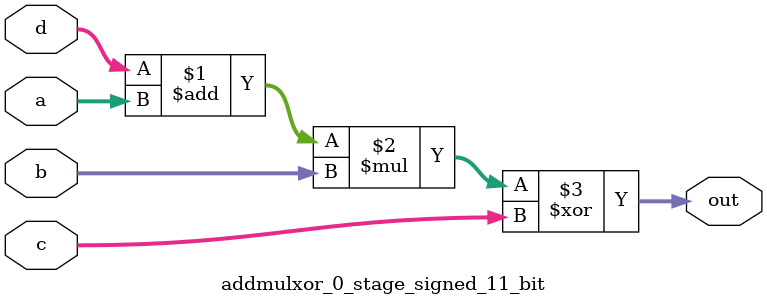
<source format=sv>
(* use_dsp = "yes" *) module addmulxor_0_stage_signed_11_bit(
	input signed [10:0] a,
	input signed [10:0] b,
	input signed [10:0] c,
	input signed [10:0] d,
	output [10:0] out
	);

	assign out = ((d + a) * b) ^ c;
endmodule

</source>
